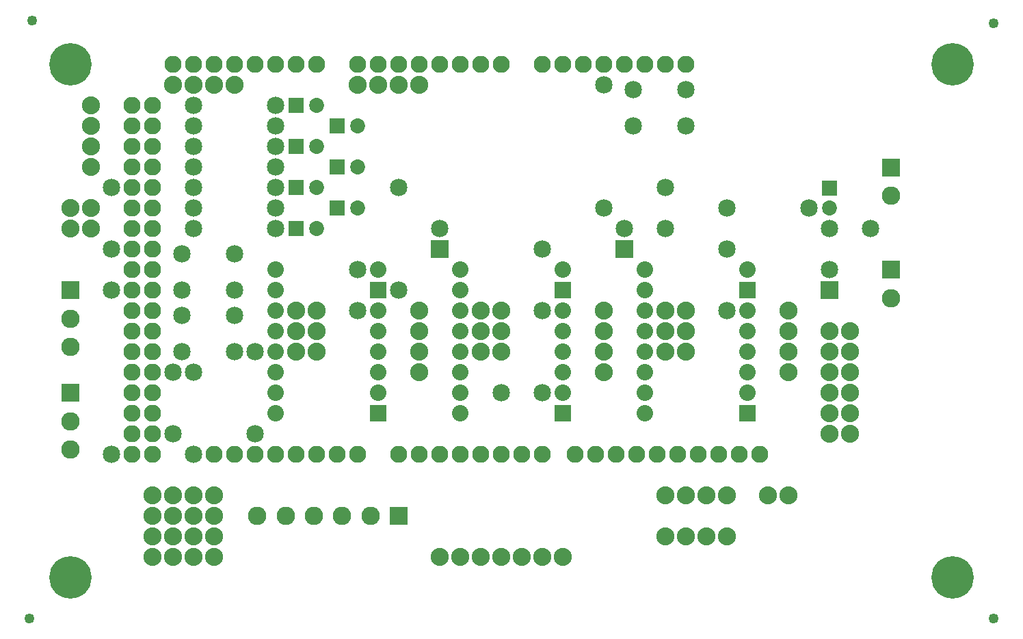
<source format=gbs>
G04 MADE WITH FRITZING*
G04 WWW.FRITZING.ORG*
G04 DOUBLE SIDED*
G04 HOLES PLATED*
G04 CONTOUR ON CENTER OF CONTOUR VECTOR*
%ASAXBY*%
%FSLAX23Y23*%
%MOIN*%
%OFA0B0*%
%SFA1.0B1.0*%
%ADD10C,0.088000*%
%ADD11C,0.049370*%
%ADD12C,0.085000*%
%ADD13C,0.072992*%
%ADD14C,0.090000*%
%ADD15C,0.082917*%
%ADD16C,0.080000*%
%ADD17C,0.206851*%
%ADD18R,0.072992X0.072992*%
%ADD19R,0.090000X0.090000*%
%ADD20R,0.080000X0.080000*%
%ADD21R,0.085000X0.085000*%
%LNMASK0*%
G90*
G70*
G54D10*
X3338Y883D03*
X3238Y883D03*
X3138Y883D03*
X3038Y883D03*
X2938Y883D03*
X2838Y883D03*
X2738Y883D03*
G54D11*
X5438Y3483D03*
X752Y3499D03*
X5438Y583D03*
X738Y583D03*
G54D10*
X1038Y3083D03*
X1038Y2983D03*
X1038Y2883D03*
X1038Y2783D03*
G54D12*
X1138Y2683D03*
X1138Y2383D03*
X3038Y1683D03*
X3238Y1683D03*
G54D10*
X2638Y3183D03*
X2538Y3183D03*
X2438Y3183D03*
X2338Y3183D03*
X1638Y883D03*
X1538Y883D03*
X1438Y883D03*
X1338Y883D03*
X1638Y983D03*
X1538Y983D03*
X1438Y983D03*
X1338Y983D03*
X1638Y1083D03*
X1538Y1083D03*
X1438Y1083D03*
X1338Y1083D03*
X1638Y1183D03*
X1538Y1183D03*
X1438Y1183D03*
X1338Y1183D03*
G54D12*
X1538Y2983D03*
X1938Y2983D03*
G54D13*
X2039Y3083D03*
X2138Y3083D03*
X2239Y2983D03*
X2338Y2983D03*
G54D12*
X1538Y3083D03*
X1938Y3083D03*
G54D10*
X1738Y3183D03*
X1638Y3183D03*
X1538Y3183D03*
X1438Y3183D03*
G54D12*
X4538Y2583D03*
X4138Y2583D03*
G54D10*
X938Y2583D03*
X938Y2483D03*
X938Y2583D03*
X938Y2483D03*
X1038Y2483D03*
X1038Y2583D03*
G54D12*
X1138Y2183D03*
X1138Y1383D03*
G54D13*
X4638Y2681D03*
X4638Y2583D03*
G54D12*
X4638Y2483D03*
X4838Y2483D03*
G54D14*
X4939Y2781D03*
X4939Y2643D03*
G54D15*
X2038Y3283D03*
X3638Y3283D03*
X1938Y3283D03*
X1838Y3283D03*
X1738Y3283D03*
X1638Y3283D03*
X1338Y1883D03*
X1538Y3283D03*
X1438Y3283D03*
X3598Y1383D03*
X3038Y3283D03*
X2938Y3283D03*
X2838Y3283D03*
X2738Y3283D03*
X1338Y2683D03*
X2638Y3283D03*
X2538Y3283D03*
X2438Y3283D03*
X2338Y3283D03*
X2838Y1383D03*
X1338Y1483D03*
X1338Y2283D03*
X1338Y3083D03*
X3998Y1383D03*
X3238Y3283D03*
X3238Y1383D03*
X1338Y1683D03*
X1338Y2083D03*
X1338Y2483D03*
X1638Y1383D03*
X1338Y2883D03*
X1738Y1383D03*
X1838Y1383D03*
X1938Y1383D03*
X2038Y1383D03*
X2138Y1383D03*
X2238Y1383D03*
X2338Y1383D03*
X4198Y1383D03*
X3798Y1383D03*
X3398Y1383D03*
X3838Y3283D03*
X3438Y3283D03*
X2638Y1383D03*
X3038Y1383D03*
X1338Y1383D03*
X1338Y1583D03*
X1338Y1783D03*
X1338Y1983D03*
X1338Y2183D03*
X1338Y2383D03*
X1338Y2583D03*
X1338Y2783D03*
X1338Y2983D03*
X4298Y1383D03*
X4098Y1383D03*
X3898Y1383D03*
X3698Y1383D03*
X3498Y1383D03*
X3938Y3283D03*
X3738Y3283D03*
X3538Y3283D03*
X3338Y3283D03*
X2538Y1383D03*
X2738Y1383D03*
X2938Y1383D03*
X3138Y1383D03*
X1238Y1383D03*
X1238Y1483D03*
X1238Y1583D03*
X1238Y1683D03*
X1238Y1783D03*
X1238Y1883D03*
X1238Y1983D03*
X1238Y2083D03*
X1238Y2183D03*
X1238Y2283D03*
X1238Y2383D03*
X1238Y2483D03*
X1238Y2583D03*
X1238Y2683D03*
X1238Y2783D03*
X1238Y2883D03*
X1238Y2983D03*
X1238Y3083D03*
X2138Y3283D03*
G54D16*
X3738Y2283D03*
X4238Y2283D03*
X3738Y2183D03*
X4238Y2183D03*
X3738Y2083D03*
X4238Y2083D03*
X3738Y1983D03*
X4238Y1983D03*
X3738Y1883D03*
X4238Y1883D03*
X3738Y1783D03*
X4238Y1783D03*
X3738Y1683D03*
X4238Y1683D03*
X3738Y1583D03*
X4238Y1583D03*
X2838Y2283D03*
X3338Y2283D03*
X2838Y2183D03*
X3338Y2183D03*
X2838Y2083D03*
X3338Y2083D03*
X2838Y1983D03*
X3338Y1983D03*
X2838Y1883D03*
X3338Y1883D03*
X2838Y1783D03*
X3338Y1783D03*
X2838Y1683D03*
X3338Y1683D03*
X2838Y1583D03*
X3338Y1583D03*
X1938Y2283D03*
X2438Y2283D03*
X1938Y2183D03*
X2438Y2183D03*
X1938Y2083D03*
X2438Y2083D03*
X1938Y1983D03*
X2438Y1983D03*
X1938Y1883D03*
X2438Y1883D03*
X1938Y1783D03*
X2438Y1783D03*
X1938Y1683D03*
X2438Y1683D03*
X1938Y1583D03*
X2438Y1583D03*
G54D10*
X4438Y2083D03*
X4438Y1983D03*
X4438Y1883D03*
X4438Y1783D03*
X2638Y2083D03*
X2638Y1983D03*
X2638Y1883D03*
X2638Y1783D03*
X3538Y2083D03*
X3538Y1983D03*
X3538Y1883D03*
X3538Y1783D03*
G54D12*
X4638Y2183D03*
X4638Y2283D03*
X3638Y2383D03*
X3638Y2483D03*
X2738Y2383D03*
X2738Y2483D03*
X3238Y2383D03*
X3238Y2083D03*
X2338Y2283D03*
X2338Y2083D03*
X4138Y2383D03*
X4138Y2083D03*
G54D14*
X938Y1683D03*
X938Y1545D03*
X938Y1407D03*
X938Y2183D03*
X938Y2045D03*
X938Y1907D03*
X2538Y1083D03*
X2400Y1083D03*
X2262Y1083D03*
X2124Y1083D03*
X1987Y1083D03*
X1849Y1083D03*
G54D10*
X4138Y1183D03*
X4038Y1183D03*
X3938Y1183D03*
X3838Y1183D03*
G54D12*
X3538Y2583D03*
X3538Y3183D03*
G54D10*
X4638Y1983D03*
X4638Y1883D03*
X4638Y1783D03*
X4638Y1683D03*
X4638Y1583D03*
X4638Y1483D03*
X4638Y1983D03*
X4638Y1883D03*
X4638Y1783D03*
X4638Y1683D03*
X4638Y1583D03*
X4638Y1483D03*
X4738Y1483D03*
X4738Y1583D03*
X4738Y1683D03*
X4738Y1783D03*
X4738Y1883D03*
X4738Y1983D03*
X2038Y2083D03*
X2038Y1983D03*
X2038Y1883D03*
X2038Y2083D03*
X2038Y1983D03*
X2038Y1883D03*
X2138Y1883D03*
X2138Y1983D03*
X2138Y2083D03*
X2938Y2083D03*
X2938Y1983D03*
X2938Y1883D03*
X2938Y2083D03*
X2938Y1983D03*
X2938Y1883D03*
X3038Y1883D03*
X3038Y1983D03*
X3038Y2083D03*
X3838Y2083D03*
X3838Y1983D03*
X3838Y1883D03*
X3838Y2083D03*
X3838Y1983D03*
X3838Y1883D03*
X3938Y1883D03*
X3938Y1983D03*
X3938Y2083D03*
G54D12*
X1738Y1883D03*
X1482Y1883D03*
X1738Y2060D03*
X1482Y2060D03*
X1538Y1783D03*
X1538Y1383D03*
X1438Y1783D03*
X1438Y1483D03*
X3938Y2983D03*
X3682Y2983D03*
X3938Y3160D03*
X3682Y3160D03*
G54D10*
X4138Y983D03*
X4038Y983D03*
X3938Y983D03*
X3838Y983D03*
G54D17*
X5238Y3283D03*
X938Y3283D03*
X938Y783D03*
X5238Y783D03*
G54D14*
X4938Y2283D03*
X4938Y2145D03*
G54D12*
X3838Y2683D03*
X3838Y2483D03*
X1738Y2183D03*
X1482Y2183D03*
X1738Y2360D03*
X1482Y2360D03*
X1838Y1883D03*
X1838Y1483D03*
X1538Y2483D03*
X1938Y2483D03*
X1538Y2583D03*
X1938Y2583D03*
X1538Y2683D03*
X1938Y2683D03*
X1538Y2783D03*
X1938Y2783D03*
X1538Y2883D03*
X1938Y2883D03*
G54D13*
X2039Y2483D03*
X2138Y2483D03*
X2239Y2583D03*
X2338Y2583D03*
X2039Y2683D03*
X2138Y2683D03*
X2239Y2783D03*
X2338Y2783D03*
X2039Y2883D03*
X2138Y2883D03*
G54D12*
X2538Y2683D03*
X2538Y2183D03*
G54D10*
X4438Y1183D03*
X4338Y1183D03*
G54D18*
X2039Y3083D03*
X2239Y2983D03*
X4638Y2681D03*
G54D19*
X4939Y2781D03*
G54D20*
X4238Y1583D03*
X4238Y2183D03*
X3338Y1583D03*
X3338Y2183D03*
X2438Y1583D03*
X2438Y2183D03*
G54D21*
X4638Y2183D03*
X3638Y2383D03*
X2738Y2383D03*
G54D19*
X938Y1683D03*
X938Y2183D03*
X2538Y1083D03*
X4938Y2283D03*
G54D18*
X2039Y2483D03*
X2239Y2583D03*
X2039Y2683D03*
X2239Y2783D03*
X2039Y2883D03*
G04 End of Mask0*
M02*
</source>
